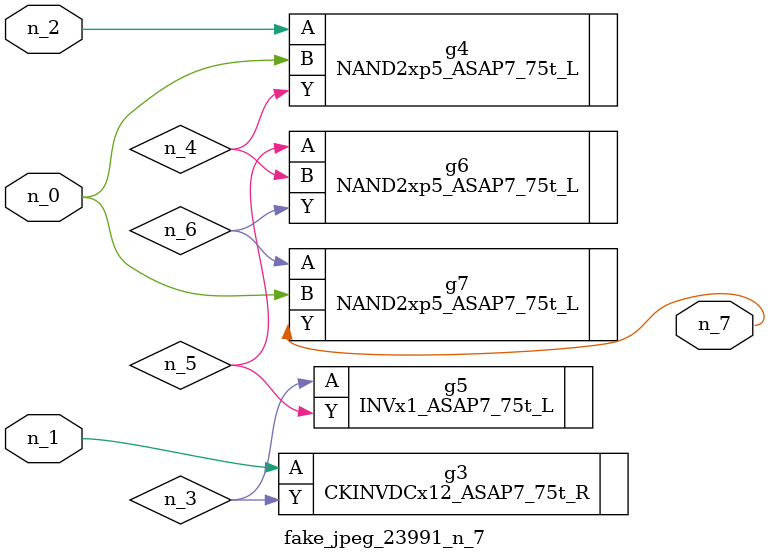
<source format=v>
module fake_jpeg_23991_n_7 (n_0, n_2, n_1, n_7);

input n_0;
input n_2;
input n_1;

output n_7;

wire n_3;
wire n_4;
wire n_6;
wire n_5;

CKINVDCx12_ASAP7_75t_R g3 ( 
.A(n_1),
.Y(n_3)
);

NAND2xp5_ASAP7_75t_L g4 ( 
.A(n_2),
.B(n_0),
.Y(n_4)
);

INVx1_ASAP7_75t_L g5 ( 
.A(n_3),
.Y(n_5)
);

NAND2xp5_ASAP7_75t_L g6 ( 
.A(n_5),
.B(n_4),
.Y(n_6)
);

NAND2xp5_ASAP7_75t_L g7 ( 
.A(n_6),
.B(n_0),
.Y(n_7)
);


endmodule
</source>
